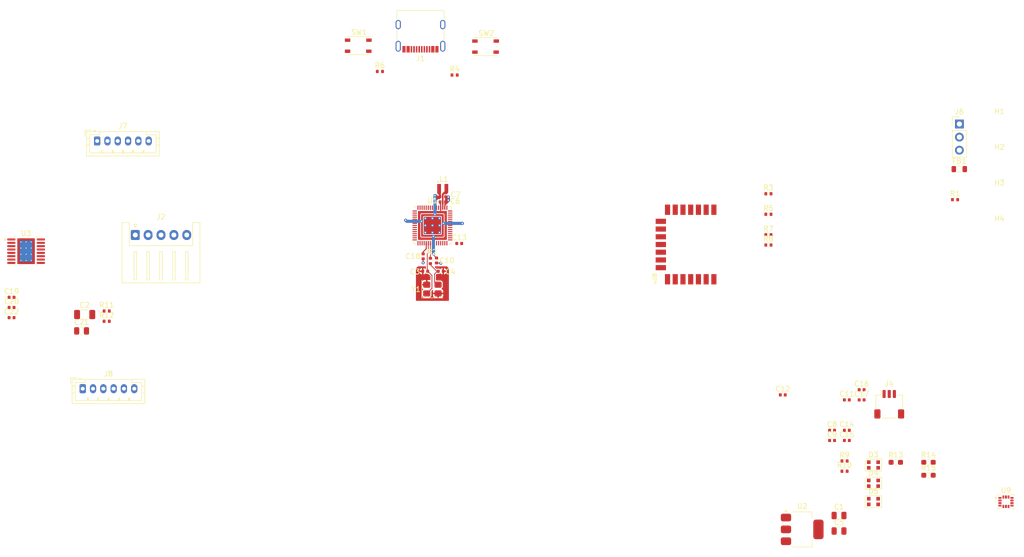
<source format=kicad_pcb>
(kicad_pcb (version 20241229) (generator "pcbnew") (generator_version "9.0")
  (title_block (title "RP2350A QFN-60 Minimal Design Example") (date "2024-07-04") (rev "REV3") (company "Raspberry Pi Ltd"))
  (layers (0 "F.Cu" signal) (2 "B.Cu" signal) (13 "F.Paste" user) (15 "B.Paste" user) (5 "F.SilkS" user "F.Silkscreen") (7 "B.SilkS" user "B.Silkscreen") (1 "F.Mask" user) (3 "B.Mask" user) (25 "Edge.Cuts" user))
  (net 0 "")
  (net 1 "GND")
  (net 2 "/USB_D+")
  (net 3 "/USB_D-")
  (net 4 "Net-(C4-Pad1)")
  (net 5 "Net-(R4-Pad1)")
  (net 6 "Net-(U1-USB_DP)")
  (net 7 "Net-(U1-USB_DM)")
  (net 8 "/+5v")
  (net 9 "/rp2354/XIN")
  (net 10 "/+3v3")
  (net 11 "/rp2354/+1v1")
  (net 12 "/rp2354/VREG_AVDD")
  (net 13 "Net-(U3-VCP)")
  (net 14 "Net-(U3-VINT)")
  (net 15 "Net-(D3-DIN)")
  (net 16 "Net-(D3-DOUT)")
  (net 17 "Net-(D4-DOUT)")
  (net 19 "Net-(U4-VDDIO)")
  (net 20 "/CC1")
  (net 21 "/CC2")
  (net 23 "/lidar_rx")
  (net 24 "/lidar_tx")
  (net 25 "/rp2354/SWCLK")
  (net 26 "/rp2354/SWD")
  (net 27 "/motor_left_encoder_b")
  (net 28 "/motor_left_encoder_a")
  (net 29 "Net-(J7-Pin_5)")
  (net 30 "Net-(J7-Pin_6)")
  (net 31 "Net-(J8-Pin_5)")
  (net 32 "/motor_right_encoder_a")
  (net 33 "Net-(J8-Pin_6)")
  (net 34 "/motor_right_encoder_b")
  (net 35 "/rp2354/VREG_LX")
  (net 36 "/rp2354/GPIO24")
  (net 37 "Net-(U4-DO)")
  (net 38 "/rp2354/XOUT")
  (net 39 "Net-(U4-nIRQ)")
  (net 40 "/rp2354/QSPI_SS")
  (net 41 "/rp2354/~{USB_BOOT}")
  (net 42 "Net-(U3-AISEN)")
  (net 43 "Net-(U3-BISEN)")
  (net 44 "/status_led_tx")
  (net 45 "/imu_sda")
  (net 46 "/imu_scl")
  (net 47 "/rp2354/RUN")
  (net 48 "/rp2354/QSPI_SD1")
  (net 49 "/rp2354/GPIO25")
  (net 50 "/motor_standby")
  (net 51 "/rp2354/GPIO29_ADC3")
  (net 52 "/rp2354/GPIO0")
  (net 53 "/rp2354/GPIO22")
  (net 54 "/rp2354/GPIO28_ADC2")
  (net 55 "/motor_left_input_a")
  (net 56 "/rp2354/GPIO3")
  (net 57 "/rp2354/GPIO16")
  (net 58 "/rp2354/QSPI_SCLK")
  (net 59 "/rp2354/GPIO21")
  (net 60 "/rp2354/QSPI_SD2")
  (net 61 "/rp2354/GPIO23")
  (net 62 "/rp2354/GPIO20")
  (net 63 "/motor_right_input_b")
  (net 64 "/motor_right_input_a")
  (net 65 "/motor_left_input_b")
  (net 66 "/rp2354/QSPI_SD0")
  (net 67 "/rp2354/GPIO2")
  (net 68 "/rp2354/GPIO17")
  (net 69 "/rp2354/QSPI_SD3")
  (net 70 "/rp2354/GPIO1")
  (net 75 "/rp2354/GPIO29")
  (net 85 "+1V1")
  (net 86 "+3V3")
  (net 87 "/VREG_LX")
  (footprint "Capacitor_SMD:C_0402_1005Metric" (layer "F.Cu") (at 183.34 133.875)
    (property "Reference" "C17")
    (property "Value" "100n")
  )
  (footprint "Button_Switch_SMD:SW_Push_1P1T_NO_Vertical_Wuerth_434133025816" (layer "F.Cu") (at 110.325 65.275)
    (property "Reference" "SW2")
    (property "Value" "SW_Push")
  )
  (footprint "Resistor_SMD:R_0402_1005Metric" (layer "F.Cu") (at 180.02 145.735)
    (property "Reference" "R9")
    (property "Value" "5.1k")
  )
  (footprint "Resistor_SMD:R_0603_1608Metric_Pad0.98x0.95mm_HandSolder" (layer "F.Cu") (at 196.32 148.505)
    (property "Reference" "R15")
    (property "Value" "10k")
  )
  (footprint "Resistor_SMD:R_0402_1005Metric" (layer "F.Cu") (at 99.6 106.89 -90)
    (property "Reference" "R2")
    (property "Value" "1k")
  )
  (footprint "Crystal:Crystal_SMD_3225-4Pin_3.2x2.5mm" (layer "F.Cu") (at 100 112.35)
    (property "Reference" "Y1")
    (property "Value" "ABM8-272-T3")
  )
  (footprint "Button_Switch_SMD:SW_Push_1P1T_NO_Vertical_Wuerth_434133025816" (layer "F.Cu") (at 85.6 65.1)
    (property "Reference" "SW1")
    (property "Value" "SW_Push")
  )
  (footprint "Capacitor_SMD:C_0402_1005Metric" (layer "F.Cu") (at 180.47 133.875)
    (property "Reference" "C11")
    (property "Value" "100n")
  )
  (footprint "Connector_PinHeader_2.54mm:PinHeader_1x03_P2.54mm_Vertical" (layer "F.Cu") (at 202.32 80.31)
    (property "Reference" "J6")
    (property "Value" "Conn_01x03_Pin")
  )
  (footprint "Package_LGA:LGA-14_3x2.5mm_P0.5mm_LayoutBorder3x4y" (layer "F.Cu") (at 211.3625 153.65)
    (property "Reference" "U9")
    (property "Value" "LSM6DS3")
  )
  (footprint "Capacitor_SMD:C_0805_2012Metric" (layer "F.Cu") (at 178.95 156.325)
    (property "Reference" "C1")
    (property "Value" "10u")
  )
  (footprint "Resistor_SMD:R_0402_1005Metric" (layer "F.Cu") (at 165.24 93.85)
    (property "Reference" "R3")
    (property "Value" "10k")
  )
  (footprint "Resistor_SMD:R_0402_1005Metric" (layer "F.Cu") (at 36.755 118.61)
    (property "Reference" "R12")
    (property "Value" "200m")
  )
  (footprint "RP2350_60QFN_minimal:RP2350-QFN-60-1EP_7x7_P0.4mm_EP3.4x3.4mm_ThermalVias" (layer "F.Cu") (at 100 100)
    (property "Reference" "U1")
    (property "Value" "RP2350_60QFN")
  )
  (footprint "mote-hardware:rpi_rmc20452t" (layer "F.Cu") (at 152.1 103.7 -90)
    (property "Reference" "U4" (hide yes))
    (property "Value" "RP Radio Module 2" (hide yes))
  )
  (footprint "Capacitor_SMD:C_0402_1005Metric" (layer "F.Cu") (at 98.2 106 -90)
    (property "Reference" "C18")
    (property "Value" "100n")
  )
  (footprint "Connector_JST:JST_XH_S5B-XH-A_1x05_P2.50mm_Horizontal" (layer "F.Cu") (at 42.3 101.855)
    (property "Reference" "J2")
    (property "Value" "JST_XH2.54-SP")
  )
  (footprint "Inductor_SMD:L_0805_2012Metric" (layer "F.Cu") (at 202.3 89.06)
    (property "Reference" "FB1")
    (property "Value" "300")
  )
  (footprint "Capacitor_SMD:C_0402_1005Metric" (layer "F.Cu") (at 100.8 106.8 -90)
    (property "Reference" "C10")
    (property "Value" "4.7u")
  )
  (footprint "RP2350_60QFN_minimal:C_0402_1005Metric_small_pads" (layer "F.Cu") (at 102.015 94.4)
    (property "Reference" "C7")
    (property "Value" "4.7u")
  )
  (footprint "Capacitor_SMD:C_0402_1005Metric" (layer "F.Cu") (at 18.28 115.93)
    (property "Reference" "C20")
    (property "Value" "2.2u")
  )
  (footprint "Connector_JST:JST_PH_B6B-PH-K_1x06_P2.00mm_Vertical" (layer "F.Cu") (at 34.9 83.6)
    (property "Reference" "J7")
    (property "Value" "left_motor")
  )
  (footprint "RP2350_60QFN_minimal:C_0402_1005Metric_small_pads" (layer "F.Cu") (at 102 95.4)
    (property "Reference" "C6")
    (property "Value" "4.7u")
  )
  (footprint "LED_SMD:LED_WS2812B-2020_PLCC4_2.0x2.0mm" (layer "F.Cu") (at 185.635 146.515)
    (property "Reference" "D3")
    (property "Value" "WS2812B-2020")
  )
  (footprint "Resistor_SMD:R_0402_1005Metric" (layer "F.Cu") (at 165.24 103.8)
    (property "Reference" "R8")
    (property "Value" "27")
  )
  (footprint "Resistor_SMD:R_0402_1005Metric" (layer "F.Cu") (at 165.24 101.81)
    (property "Reference" "R7")
    (property "Value" "27")
  )
  (footprint "Capacitor_SMD:C_0402_1005Metric" (layer "F.Cu") (at 18.28 113.96)
    (property "Reference" "C19")
    (property "Value" "0.01u")
  )
  (footprint "Resistor_SMD:R_0402_1005Metric" (layer "F.Cu") (at 165.24 97.83)
    (property "Reference" "R5")
    (property "Value" "33")
  )
  (footprint "Capacitor_SMD:C_0402_1005Metric" (layer "F.Cu") (at 183.34 131.905)
    (property "Reference" "C16")
    (property "Value" "100n")
  )
  (footprint "LED_SMD:LED_WS2812B-2020_PLCC4_2.0x2.0mm" (layer "F.Cu") (at 185.635 153.615)
    (property "Reference" "D5")
    (property "Value" "WS2812B-2020")
  )
  (footprint "Capacitor_SMD:C_0402_1005Metric" (layer "F.Cu") (at 168.03 132.905)
    (property "Reference" "C12")
    (property "Value" "100n")
  )
  (footprint "Capacitor_SMD:C_0805_2012Metric" (layer "F.Cu") (at 178.95 159.335)
    (property "Reference" "C5")
    (property "Value" "10u")
  )
  (footprint "Resistor_SMD:R_0402_1005Metric" (layer "F.Cu") (at 180.02 147.725)
    (property "Reference" "R10")
    (property "Value" "5.1k")
  )
  (footprint "MountingHole:MountingHole_2.7mm_M2.5" (layer "F.Cu") (at 210.09 95.39)
    (property "Reference" "H3")
    (property "Value" "M2.5 loose")
  )
  (footprint "LED_SMD:LED_WS2812B-2020_PLCC4_2.0x2.0mm" (layer "F.Cu") (at 185.635 150.065)
    (property "Reference" "D4")
    (property "Value" "WS2812B-2020")
  )
  (footprint "Connector_JST:JST_PH_B6B-PH-K_1x06_P2.00mm_Vertical" (layer "F.Cu") (at 32.1 131.7)
    (property "Reference" "J8")
    (property "Value" "right_motor")
  )
  (footprint "Capacitor_SMD:C_1206_3216Metric" (layer "F.Cu") (at 32.475 117.3)
    (property "Reference" "C2")
    (property "Value" "100uF")
  )
  (footprint "Capacitor_SMD:C_0402_1005Metric" (layer "F.Cu") (at 177.6 141.755)
    (property "Reference" "C9")
    (property "Value" "4.7u")
  )
  (footprint "Resistor_SMD:R_0402_1005Metric" (layer "F.Cu") (at 104.31 70.8)
    (property "Reference" "R4")
    (property "Value" "1k")
  )
  (footprint "MountingHole:MountingHole_2.7mm_M2.5" (layer "F.Cu") (at 210.09 81.49)
    (property "Reference" "H1")
    (property "Value" "M2.5 loose")
  )
  (footprint "Resistor_SMD:R_0402_1005Metric" (layer "F.Cu") (at 36.755 116.62)
    (property "Reference" "R11")
    (property "Value" "200m")
  )
  (footprint "Resistor_SMD:R_0402_1005Metric" (layer "F.Cu") (at 89.8 70.1)
    (property "Reference" "R6")
    (property "Value" "1k")
  )
  (footprint "Capacitor_SMD:C_0402_1005Metric" (layer "F.Cu") (at 101.62 108.9)
    (property "Reference" "C4")
    (property "Value" "15p")
  )
  (footprint "Capacitor_SMD:C_0402_1005Metric" (layer "F.Cu") (at 105.2 103.5)
    (property "Reference" "C13")
    (property "Value" "100n")
  )
  (footprint "Resistor_SMD:R_0603_1608Metric_Pad0.98x0.95mm_HandSolder" (layer "F.Cu") (at 196.32 145.995)
    (property "Reference" "R14")
    (property "Value" "10k")
  )
  (footprint "Capacitor_SMD:C_0402_1005Metric" (layer "F.Cu") (at 177.6 139.785)
    (property "Reference" "C8")
    (property "Value" "100n")
  )
  (footprint "Resistor_SMD:R_0603_1608Metric_Pad0.98x0.95mm_HandSolder" (layer "F.Cu") (at 189.97 145.995)
    (property "Reference" "R13")
    (property "Value" "560")
  )
  (footprint "Capacitor_SMD:C_0402_1005Metric" (layer "F.Cu") (at 180.47 141.755)
    (property "Reference" "C15")
    (property "Value" "100n")
  )
  (footprint "Resistor_SMD:R_0402_1005Metric" (layer "F.Cu") (at 201.48 94.99)
    (property "Reference" "R1")
    (property "Value" "470")
  )
  (footprint "RP2350_60QFN_minimal:L_pol_2016" (layer "F.Cu") (at 102 92.8)
    (property "Reference" "L1")
    (property "Value" "3.3u")
  )
  (footprint "Capacitor_SMD:C_0402_1005Metric" (layer "F.Cu") (at 98.6 108.9 180)
    (property "Reference" "C3")
    (property "Value" "15p")
  )
  (footprint "Capacitor_SMD:C_0402_1005Metric" (layer "F.Cu") (at 18.28 117.9)
    (property "Reference" "C22")
    (property "Value" "0.1uF")
  )
  (footprint "MountingHole:MountingHole_2.7mm_M2.5" (layer "F.Cu") (at 210.09 102.34)
    (property "Reference" "H4")
    (property "Value" "M2.5 loose")
  )
  (footprint "Capacitor_SMD:C_0805_2012Metric" (layer "F.Cu") (at 31.875 120.48)
    (property "Reference" "C21")
    (property "Value" "10uF")
  )
  (footprint "Package_SO:HTSSOP-16-1EP_4.4x5mm_P0.65mm_EP3.4x5mm_Mask2.46x2.31mm_ThermalVias" (layer "F.Cu") (at 21.1 105)
    (property "Reference" "U3")
    (property "Value" "DRV8833PWP")
  )
  (footprint "Capacitor_SMD:C_0402_1005Metric" (layer "F.Cu") (at 180.47 139.785)
    (property "Reference" "C14")
    (property "Value" "100n")
  )
  (footprint "MountingHole:MountingHole_2.7mm_M2.5" (layer "F.Cu") (at 210.09 88.44)
    (property "Reference" "H2")
    (property "Value" "M2.5 loose")
  )
  (footprint "Connector_JST:JST_SH_SM03B-SRSS-TB_1x03-1MP_P1.00mm_Horizontal" (layer "F.Cu") (at 188.7 134.725)
    (property "Reference" "J4")
    (property "Value" "SM03B-SRSS-TB")
  )
  (footprint "Package_TO_SOT_SMD:SOT-223-3_TabPin2" (layer "F.Cu") (at 171.8 159.02)
    (property "Reference" "U2")
    (property "Value" "NCP1117-3.3_SOT223")
  )
  (footprint "Connector_USB:USB_C_Receptacle_G-Switch_GT-USB-7010ASV" (layer "F.Cu") (at 97.68 62.075 180)
    (property "Reference" "J1")
    (property "Value" "USB_C_Receptacle_USB2.0_14P")
  )
  (segment (start 100.8 107.28) (end 100.82 107.3) (width 0.15) (layer "F.Cu") (net 1))
  (segment (start 98.2 106.48) (end 98.2 107.24) (width 0.15) (layer "F.Cu") (net 1))
  (segment (start 100.82 107.3) (end 101.56 107.3) (width 0.15) (layer "F.Cu") (net 1))
  (segment (start 101.56 107.3) (end 101.6 107.34) (width 0.15) (layer "F.Cu") (net 1))
  (via (at 101.6 107.34) (size 0.6) (drill 0.25) (layers "F.Cu" "B.Cu") (net 1))
  (via (at 103.1 95.1) (size 0.6) (drill 0.25) (layers "F.Cu" "B.Cu") (net 1))
  (via (at 98.2 107.24) (size 0.6) (drill 0.25) (layers "F.Cu" "B.Cu") (net 1))
  (via (at 103.1 94.5) (size 0.6) (drill 0.25) (layers "F.Cu" "B.Cu") (net 1))
  (segment (start 100.91 111.5) (end 101.1 111.5) (width 0.15) (layer "F.Cu") (net 4))
  (segment (start 99.6 107.43) (end 99.6 107.4) (width 0.15) (layer "F.Cu") (net 4))
  (segment (start 100.8725 108.9) (end 101.14 108.9) (width 0.15) (layer "F.Cu") (net 4))
  (segment (start 101.14 108.9) (end 100.9525 108.9) (width 0.15) (layer "F.Cu") (net 4))
  (segment (start 100.9525 108.9) (end 100.4 109.4525) (width 0.15) (layer "F.Cu") (net 4))
  (segment (start 100.4 110.99) (end 100.91 111.5) (width 0.15) (layer "F.Cu") (net 4))
  (segment (start 99.6 107.6275) (end 100.8725 108.9) (width 0.15) (layer "F.Cu") (net 4))
  (segment (start 99.6 107.4) (end 99.6 107.6275) (width 0.15) (layer "F.Cu") (net 4))
  (segment (start 100.4 109.4525) (end 100.4 110.99) (width 0.15) (layer "F.Cu") (net 4))
  (segment (start 99.9 112.24) (end 98.94 113.2) (width 0.15) (layer "F.Cu") (net 9))
  (segment (start 99.2 105.34) (end 99 105.54) (width 0.15) (layer "F.Cu") (net 9))
  (segment (start 99.2 103.4375) (end 99.2 105.34) (width 0.15) (layer "F.Cu") (net 9))
  (segment (start 99 105.54) (end 99 108.82) (width 0.15) (layer "F.Cu") (net 9))
  (segment (start 99 108.82) (end 99.9 109.72) (width 0.15) (layer "F.Cu") (net 9))
  (segment (start 99.9 109.72) (end 99.9 112.24) (width 0.15) (layer "F.Cu") (net 9))
  (segment (start 98.94 113.2) (end 98.9 113.2) (width 0.15) (layer "F.Cu") (net 9))
  (segment (start 98.2 105.14) (end 98.2 105.52) (width 0.2) (layer "F.Cu") (net 10))
  (segment (start 98.8 104.54) (end 98.2 105.14) (width 0.2) (layer "F.Cu") (net 10))
  (segment (start 98.8 103.3775) (end 98.8 104.54) (width 0.2) (layer "F.Cu") (net 10))
  (segment (start 100.2 105.24) (end 100 105.04) (width 0.2) (layer "F.Cu") (net 11))
  (segment (start 100.78 106.32) (end 100.8 106.32) (width 0.15) (layer "F.Cu") (net 11))
  (segment (start 100.2 105.74) (end 100.78 106.32) (width 0.15) (layer "F.Cu") (net 11))
  (segment (start 100.2 105.5) (end 100.2 105.74) (width 0.15) (layer "F.Cu") (net 11))
  (segment (start 100 105.04) (end 100 103.4375) (width 0.2) (layer "F.Cu") (net 11))
  (segment (start 100.2 105.5) (end 100.2 105.24) (width 0.2) (layer "F.Cu") (net 11))
  (via (at 100.2 105.5) (size 0.6) (drill 0.25) (layers "F.Cu" "B.Cu") (net 11))
  (via (at 100.2 102.1495) (size 0.6) (drill 0.25) (layers "F.Cu" "B.Cu") (net 11))
  (segment (start 100.2 102.1495) (end 100.2 105.5) (width 0.6) (layer "B.Cu") (net 11))
  (segment (start 99.6 103.4375) (end 99.6 106.38) (width 0.15) (layer "F.Cu") (net 38))
  (via (at 94.8 99) (size 0.6) (drill 0.25) (layers "F.Cu" "B.Cu") (net 85))
  (via (at 97.8505 99.2) (size 0.6) (drill 0.25) (layers "F.Cu" "B.Cu") (net 85))
  (via (at 102.1495 99.6) (size 0.6) (drill 0.25) (layers "F.Cu" "B.Cu") (net 85))
  (via (at 100.5 94.8) (size 0.6) (drill 0.25) (layers "F.Cu" "B.Cu") (net 85))
  (via (at 105.8 99.6) (size 0.6) (drill 0.25) (layers "F.Cu" "B.Cu") (net 85))
  (via (at 100.48777 97.8505) (size 0.6) (drill 0.25) (layers "F.Cu" "B.Cu") (net 85))
  (via (at 100.5 94.2) (size 0.6) (drill 0.25) (layers "F.Cu" "B.Cu") (net 85))
  (segment (start 97.8505 99.2) (end 95 99.2) (width 0.6) (layer "B.Cu") (net 85))
  (segment (start 100.5 97.83827) (end 100.5 94.2) (width 0.6) (layer "B.Cu") (net 85))
  (segment (start 105.8 99.6) (end 102.1495 99.6) (width 0.6) (layer "B.Cu") (net 85))
  (zone (net 87) (net_name "/VREG_LX") (layer "F.Cu") (priority 5) (connect_pads yes (clearance 0.15)) (min_thickness 0.15) (fill yes (thermal_gap 0.5) (thermal_bridge_width 0.5))
    (polygon (pts (xy 101.9 96.85) (xy 101.9 96.05) (xy 101.85 96) (xy 101.85 93.85) (xy 102.35 93.35) (xy 102.35 91.95) (xy 103.05 91.95) (xy 103.05 93.65) (xy 102.75 93.95) (xy 102.3 93.95) (xy 102.15 94.1) (xy 102.15 96) (xy 102.1 96.05) (xy 102.1 96.85)))
  )
  (zone (net 85) (net_name "+1V1") (layer "F.Cu") (priority 6) (connect_pads yes (clearance 0.15)) (min_thickness 0.15) (fill yes (thermal_gap 0.5) (thermal_bridge_width 0.5))
    (polygon (pts (xy 101.65 94.7) (xy 101.65 93.325) (xy 101.65 91.95) (xy 100.95 91.95) (xy 100.95 93.8) (xy 101.25 94.1) (xy 101.25 94.25) (xy 101.05 94.25) (xy 100.7 93.9) (xy 100.5 93.9) (xy 100.2 94.2) (xy 100.2 94.8) (xy 100.5 95.1) (xy 101 95.1) (xy 101 94.9) (xy 101.55 94.9) (xy 101.55 94.7)))
  )
  (zone (net 1) (net_name "GND") (layer "F.Cu") (priority 1) (connect_pads (clearance 0.2)) (min_thickness 0.2) (fill yes (thermal_gap 0.3) (thermal_bridge_width 0.3))
    (polygon (pts (xy 97.2 107.94) (xy 102.8 107.94) (xy 103.2 108.34) (xy 103.2 114.64) (xy 96.8 114.64) (xy 96.8 108.34)))
  )
  (zone (net 1) (net_name "GND") (layer "F.Cu") (priority 4) (connect_pads yes (clearance 0.15)) (min_thickness 0.15) (fill yes (thermal_gap 0.5) (thermal_bridge_width 0.5))
    (polygon (pts (xy 102.3 96.85) (xy 102.3 95.15) (xy 102.45 95.15) (xy 102.45 94.7) (xy 102.3 94.7) (xy 102.3 94.2) (xy 103.1 94.2) (xy 103.4 94.5) (xy 103.4 95.25) (xy 102.5 96.15) (xy 102.5 96.85)))
  )
  (zone (net 85) (net_name "+1V1") (layer "F.Cu") (priority 3) (connect_pads (clearance 0.15)) (min_thickness 0.2) (fill yes (thermal_gap 0.3) (thermal_bridge_width 0.3))
    (polygon (pts (xy 102.2 102.202) (xy 97.8 102.202) (xy 97.8 97.802) (xy 102.2 97.802)))
  )
  (zone (net 86) (net_name "+3V3") (layer "F.Cu") (priority 7) (connect_pads yes (clearance 0.15)) (min_thickness 0.15) (fill yes (thermal_gap 0.5) (thermal_bridge_width 0.5))
    (polygon (pts (xy 101.5 97.3) (xy 101.5 95.95) (xy 101.25 95.7) (xy 101.25 95.15) (xy 101.7 95.15) (xy 101.7 97.3)))
  )
  (zone (net 86) (net_name "+3V3") (layer "F.Cu") (priority 1) (connect_pads yes (clearance 0.15)) (min_thickness 0.15) (fill yes (thermal_gap 0.508) (thermal_bridge_width 0.508))
    (polygon (pts (xy 102.8 102.802) (xy 97.2 102.802) (xy 97.2 97.202) (xy 102.8 97.202)))
  )
)
</source>
